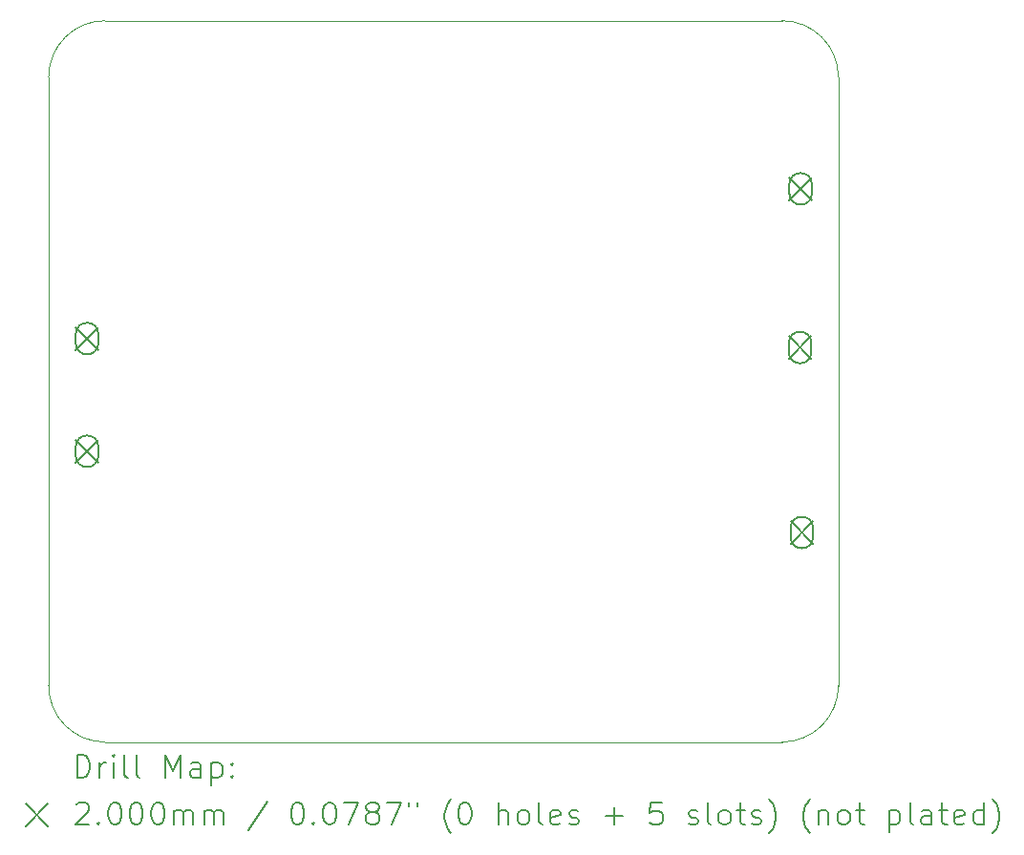
<source format=gbr>
%TF.GenerationSoftware,KiCad,Pcbnew,(6.0.8-1)-1*%
%TF.CreationDate,2023-04-27T22:08:13+09:00*%
%TF.ProjectId,ikako_f303,696b616b-6f5f-4663-9330-332e6b696361,rev?*%
%TF.SameCoordinates,Original*%
%TF.FileFunction,Drillmap*%
%TF.FilePolarity,Positive*%
%FSLAX45Y45*%
G04 Gerber Fmt 4.5, Leading zero omitted, Abs format (unit mm)*
G04 Created by KiCad (PCBNEW (6.0.8-1)-1) date 2023-04-27 22:08:13*
%MOMM*%
%LPD*%
G01*
G04 APERTURE LIST*
%ADD10C,0.100000*%
%ADD11C,0.200000*%
G04 APERTURE END LIST*
D10*
X12000000Y-4700000D02*
G75*
G03*
X11500000Y-5200000I0J-500000D01*
G01*
X18500000Y-5200000D02*
X18500000Y-10600000D01*
X11500000Y-10600000D02*
X11500000Y-5200000D01*
X12000000Y-4700000D02*
X18000000Y-4700000D01*
X11500000Y-10600000D02*
G75*
G03*
X12000000Y-11100000I500000J0D01*
G01*
X18000000Y-11100000D02*
X12000000Y-11100000D01*
X18500000Y-5200000D02*
G75*
G03*
X18000000Y-4700000I-500000J0D01*
G01*
X18000000Y-11100000D02*
G75*
G03*
X18500000Y-10600000I0J500000D01*
G01*
D11*
X11740000Y-7420000D02*
X11940000Y-7620000D01*
X11940000Y-7420000D02*
X11740000Y-7620000D01*
X11740000Y-7480000D02*
X11740000Y-7560000D01*
X11940000Y-7480000D02*
X11940000Y-7560000D01*
X11740000Y-7560000D02*
G75*
G03*
X11940000Y-7560000I100000J0D01*
G01*
X11940000Y-7480000D02*
G75*
G03*
X11740000Y-7480000I-100000J0D01*
G01*
X11740000Y-8420000D02*
X11940000Y-8620000D01*
X11940000Y-8420000D02*
X11740000Y-8620000D01*
X11740000Y-8480000D02*
X11740000Y-8560000D01*
X11940000Y-8480000D02*
X11940000Y-8560000D01*
X11740000Y-8560000D02*
G75*
G03*
X11940000Y-8560000I100000J0D01*
G01*
X11940000Y-8480000D02*
G75*
G03*
X11740000Y-8480000I-100000J0D01*
G01*
X18060000Y-7500000D02*
X18260000Y-7700000D01*
X18260000Y-7500000D02*
X18060000Y-7700000D01*
X18260000Y-7640000D02*
X18260000Y-7560000D01*
X18060000Y-7640000D02*
X18060000Y-7560000D01*
X18260000Y-7560000D02*
G75*
G03*
X18060000Y-7560000I-100000J0D01*
G01*
X18060000Y-7640000D02*
G75*
G03*
X18260000Y-7640000I100000J0D01*
G01*
X18065367Y-6091446D02*
X18265367Y-6291446D01*
X18265367Y-6091446D02*
X18065367Y-6291446D01*
X18265367Y-6231446D02*
X18265367Y-6151446D01*
X18065367Y-6231446D02*
X18065367Y-6151446D01*
X18265367Y-6151446D02*
G75*
G03*
X18065367Y-6151446I-100000J0D01*
G01*
X18065367Y-6231446D02*
G75*
G03*
X18265367Y-6231446I100000J0D01*
G01*
X18075601Y-9141199D02*
X18275601Y-9341199D01*
X18275601Y-9141199D02*
X18075601Y-9341199D01*
X18275601Y-9281199D02*
X18275601Y-9201199D01*
X18075601Y-9281199D02*
X18075601Y-9201199D01*
X18275601Y-9201199D02*
G75*
G03*
X18075601Y-9201199I-100000J0D01*
G01*
X18075601Y-9281199D02*
G75*
G03*
X18275601Y-9281199I100000J0D01*
G01*
X11752619Y-11415476D02*
X11752619Y-11215476D01*
X11800238Y-11215476D01*
X11828809Y-11225000D01*
X11847857Y-11244048D01*
X11857381Y-11263095D01*
X11866905Y-11301190D01*
X11866905Y-11329762D01*
X11857381Y-11367857D01*
X11847857Y-11386905D01*
X11828809Y-11405952D01*
X11800238Y-11415476D01*
X11752619Y-11415476D01*
X11952619Y-11415476D02*
X11952619Y-11282143D01*
X11952619Y-11320238D02*
X11962143Y-11301190D01*
X11971667Y-11291667D01*
X11990714Y-11282143D01*
X12009762Y-11282143D01*
X12076428Y-11415476D02*
X12076428Y-11282143D01*
X12076428Y-11215476D02*
X12066905Y-11225000D01*
X12076428Y-11234524D01*
X12085952Y-11225000D01*
X12076428Y-11215476D01*
X12076428Y-11234524D01*
X12200238Y-11415476D02*
X12181190Y-11405952D01*
X12171667Y-11386905D01*
X12171667Y-11215476D01*
X12305000Y-11415476D02*
X12285952Y-11405952D01*
X12276428Y-11386905D01*
X12276428Y-11215476D01*
X12533571Y-11415476D02*
X12533571Y-11215476D01*
X12600238Y-11358333D01*
X12666905Y-11215476D01*
X12666905Y-11415476D01*
X12847857Y-11415476D02*
X12847857Y-11310714D01*
X12838333Y-11291667D01*
X12819286Y-11282143D01*
X12781190Y-11282143D01*
X12762143Y-11291667D01*
X12847857Y-11405952D02*
X12828809Y-11415476D01*
X12781190Y-11415476D01*
X12762143Y-11405952D01*
X12752619Y-11386905D01*
X12752619Y-11367857D01*
X12762143Y-11348809D01*
X12781190Y-11339286D01*
X12828809Y-11339286D01*
X12847857Y-11329762D01*
X12943095Y-11282143D02*
X12943095Y-11482143D01*
X12943095Y-11291667D02*
X12962143Y-11282143D01*
X13000238Y-11282143D01*
X13019286Y-11291667D01*
X13028809Y-11301190D01*
X13038333Y-11320238D01*
X13038333Y-11377381D01*
X13028809Y-11396428D01*
X13019286Y-11405952D01*
X13000238Y-11415476D01*
X12962143Y-11415476D01*
X12943095Y-11405952D01*
X13124048Y-11396428D02*
X13133571Y-11405952D01*
X13124048Y-11415476D01*
X13114524Y-11405952D01*
X13124048Y-11396428D01*
X13124048Y-11415476D01*
X13124048Y-11291667D02*
X13133571Y-11301190D01*
X13124048Y-11310714D01*
X13114524Y-11301190D01*
X13124048Y-11291667D01*
X13124048Y-11310714D01*
X11295000Y-11645000D02*
X11495000Y-11845000D01*
X11495000Y-11645000D02*
X11295000Y-11845000D01*
X11743095Y-11654524D02*
X11752619Y-11645000D01*
X11771667Y-11635476D01*
X11819286Y-11635476D01*
X11838333Y-11645000D01*
X11847857Y-11654524D01*
X11857381Y-11673571D01*
X11857381Y-11692619D01*
X11847857Y-11721190D01*
X11733571Y-11835476D01*
X11857381Y-11835476D01*
X11943095Y-11816428D02*
X11952619Y-11825952D01*
X11943095Y-11835476D01*
X11933571Y-11825952D01*
X11943095Y-11816428D01*
X11943095Y-11835476D01*
X12076428Y-11635476D02*
X12095476Y-11635476D01*
X12114524Y-11645000D01*
X12124048Y-11654524D01*
X12133571Y-11673571D01*
X12143095Y-11711667D01*
X12143095Y-11759286D01*
X12133571Y-11797381D01*
X12124048Y-11816428D01*
X12114524Y-11825952D01*
X12095476Y-11835476D01*
X12076428Y-11835476D01*
X12057381Y-11825952D01*
X12047857Y-11816428D01*
X12038333Y-11797381D01*
X12028809Y-11759286D01*
X12028809Y-11711667D01*
X12038333Y-11673571D01*
X12047857Y-11654524D01*
X12057381Y-11645000D01*
X12076428Y-11635476D01*
X12266905Y-11635476D02*
X12285952Y-11635476D01*
X12305000Y-11645000D01*
X12314524Y-11654524D01*
X12324048Y-11673571D01*
X12333571Y-11711667D01*
X12333571Y-11759286D01*
X12324048Y-11797381D01*
X12314524Y-11816428D01*
X12305000Y-11825952D01*
X12285952Y-11835476D01*
X12266905Y-11835476D01*
X12247857Y-11825952D01*
X12238333Y-11816428D01*
X12228809Y-11797381D01*
X12219286Y-11759286D01*
X12219286Y-11711667D01*
X12228809Y-11673571D01*
X12238333Y-11654524D01*
X12247857Y-11645000D01*
X12266905Y-11635476D01*
X12457381Y-11635476D02*
X12476428Y-11635476D01*
X12495476Y-11645000D01*
X12505000Y-11654524D01*
X12514524Y-11673571D01*
X12524048Y-11711667D01*
X12524048Y-11759286D01*
X12514524Y-11797381D01*
X12505000Y-11816428D01*
X12495476Y-11825952D01*
X12476428Y-11835476D01*
X12457381Y-11835476D01*
X12438333Y-11825952D01*
X12428809Y-11816428D01*
X12419286Y-11797381D01*
X12409762Y-11759286D01*
X12409762Y-11711667D01*
X12419286Y-11673571D01*
X12428809Y-11654524D01*
X12438333Y-11645000D01*
X12457381Y-11635476D01*
X12609762Y-11835476D02*
X12609762Y-11702143D01*
X12609762Y-11721190D02*
X12619286Y-11711667D01*
X12638333Y-11702143D01*
X12666905Y-11702143D01*
X12685952Y-11711667D01*
X12695476Y-11730714D01*
X12695476Y-11835476D01*
X12695476Y-11730714D02*
X12705000Y-11711667D01*
X12724048Y-11702143D01*
X12752619Y-11702143D01*
X12771667Y-11711667D01*
X12781190Y-11730714D01*
X12781190Y-11835476D01*
X12876428Y-11835476D02*
X12876428Y-11702143D01*
X12876428Y-11721190D02*
X12885952Y-11711667D01*
X12905000Y-11702143D01*
X12933571Y-11702143D01*
X12952619Y-11711667D01*
X12962143Y-11730714D01*
X12962143Y-11835476D01*
X12962143Y-11730714D02*
X12971667Y-11711667D01*
X12990714Y-11702143D01*
X13019286Y-11702143D01*
X13038333Y-11711667D01*
X13047857Y-11730714D01*
X13047857Y-11835476D01*
X13438333Y-11625952D02*
X13266905Y-11883095D01*
X13695476Y-11635476D02*
X13714524Y-11635476D01*
X13733571Y-11645000D01*
X13743095Y-11654524D01*
X13752619Y-11673571D01*
X13762143Y-11711667D01*
X13762143Y-11759286D01*
X13752619Y-11797381D01*
X13743095Y-11816428D01*
X13733571Y-11825952D01*
X13714524Y-11835476D01*
X13695476Y-11835476D01*
X13676428Y-11825952D01*
X13666905Y-11816428D01*
X13657381Y-11797381D01*
X13647857Y-11759286D01*
X13647857Y-11711667D01*
X13657381Y-11673571D01*
X13666905Y-11654524D01*
X13676428Y-11645000D01*
X13695476Y-11635476D01*
X13847857Y-11816428D02*
X13857381Y-11825952D01*
X13847857Y-11835476D01*
X13838333Y-11825952D01*
X13847857Y-11816428D01*
X13847857Y-11835476D01*
X13981190Y-11635476D02*
X14000238Y-11635476D01*
X14019286Y-11645000D01*
X14028809Y-11654524D01*
X14038333Y-11673571D01*
X14047857Y-11711667D01*
X14047857Y-11759286D01*
X14038333Y-11797381D01*
X14028809Y-11816428D01*
X14019286Y-11825952D01*
X14000238Y-11835476D01*
X13981190Y-11835476D01*
X13962143Y-11825952D01*
X13952619Y-11816428D01*
X13943095Y-11797381D01*
X13933571Y-11759286D01*
X13933571Y-11711667D01*
X13943095Y-11673571D01*
X13952619Y-11654524D01*
X13962143Y-11645000D01*
X13981190Y-11635476D01*
X14114524Y-11635476D02*
X14247857Y-11635476D01*
X14162143Y-11835476D01*
X14352619Y-11721190D02*
X14333571Y-11711667D01*
X14324048Y-11702143D01*
X14314524Y-11683095D01*
X14314524Y-11673571D01*
X14324048Y-11654524D01*
X14333571Y-11645000D01*
X14352619Y-11635476D01*
X14390714Y-11635476D01*
X14409762Y-11645000D01*
X14419286Y-11654524D01*
X14428809Y-11673571D01*
X14428809Y-11683095D01*
X14419286Y-11702143D01*
X14409762Y-11711667D01*
X14390714Y-11721190D01*
X14352619Y-11721190D01*
X14333571Y-11730714D01*
X14324048Y-11740238D01*
X14314524Y-11759286D01*
X14314524Y-11797381D01*
X14324048Y-11816428D01*
X14333571Y-11825952D01*
X14352619Y-11835476D01*
X14390714Y-11835476D01*
X14409762Y-11825952D01*
X14419286Y-11816428D01*
X14428809Y-11797381D01*
X14428809Y-11759286D01*
X14419286Y-11740238D01*
X14409762Y-11730714D01*
X14390714Y-11721190D01*
X14495476Y-11635476D02*
X14628809Y-11635476D01*
X14543095Y-11835476D01*
X14695476Y-11635476D02*
X14695476Y-11673571D01*
X14771667Y-11635476D02*
X14771667Y-11673571D01*
X15066905Y-11911667D02*
X15057381Y-11902143D01*
X15038333Y-11873571D01*
X15028809Y-11854524D01*
X15019286Y-11825952D01*
X15009762Y-11778333D01*
X15009762Y-11740238D01*
X15019286Y-11692619D01*
X15028809Y-11664048D01*
X15038333Y-11645000D01*
X15057381Y-11616428D01*
X15066905Y-11606905D01*
X15181190Y-11635476D02*
X15200238Y-11635476D01*
X15219286Y-11645000D01*
X15228809Y-11654524D01*
X15238333Y-11673571D01*
X15247857Y-11711667D01*
X15247857Y-11759286D01*
X15238333Y-11797381D01*
X15228809Y-11816428D01*
X15219286Y-11825952D01*
X15200238Y-11835476D01*
X15181190Y-11835476D01*
X15162143Y-11825952D01*
X15152619Y-11816428D01*
X15143095Y-11797381D01*
X15133571Y-11759286D01*
X15133571Y-11711667D01*
X15143095Y-11673571D01*
X15152619Y-11654524D01*
X15162143Y-11645000D01*
X15181190Y-11635476D01*
X15485952Y-11835476D02*
X15485952Y-11635476D01*
X15571667Y-11835476D02*
X15571667Y-11730714D01*
X15562143Y-11711667D01*
X15543095Y-11702143D01*
X15514524Y-11702143D01*
X15495476Y-11711667D01*
X15485952Y-11721190D01*
X15695476Y-11835476D02*
X15676428Y-11825952D01*
X15666905Y-11816428D01*
X15657381Y-11797381D01*
X15657381Y-11740238D01*
X15666905Y-11721190D01*
X15676428Y-11711667D01*
X15695476Y-11702143D01*
X15724048Y-11702143D01*
X15743095Y-11711667D01*
X15752619Y-11721190D01*
X15762143Y-11740238D01*
X15762143Y-11797381D01*
X15752619Y-11816428D01*
X15743095Y-11825952D01*
X15724048Y-11835476D01*
X15695476Y-11835476D01*
X15876428Y-11835476D02*
X15857381Y-11825952D01*
X15847857Y-11806905D01*
X15847857Y-11635476D01*
X16028809Y-11825952D02*
X16009762Y-11835476D01*
X15971667Y-11835476D01*
X15952619Y-11825952D01*
X15943095Y-11806905D01*
X15943095Y-11730714D01*
X15952619Y-11711667D01*
X15971667Y-11702143D01*
X16009762Y-11702143D01*
X16028809Y-11711667D01*
X16038333Y-11730714D01*
X16038333Y-11749762D01*
X15943095Y-11768809D01*
X16114524Y-11825952D02*
X16133571Y-11835476D01*
X16171667Y-11835476D01*
X16190714Y-11825952D01*
X16200238Y-11806905D01*
X16200238Y-11797381D01*
X16190714Y-11778333D01*
X16171667Y-11768809D01*
X16143095Y-11768809D01*
X16124048Y-11759286D01*
X16114524Y-11740238D01*
X16114524Y-11730714D01*
X16124048Y-11711667D01*
X16143095Y-11702143D01*
X16171667Y-11702143D01*
X16190714Y-11711667D01*
X16438333Y-11759286D02*
X16590714Y-11759286D01*
X16514524Y-11835476D02*
X16514524Y-11683095D01*
X16933571Y-11635476D02*
X16838333Y-11635476D01*
X16828810Y-11730714D01*
X16838333Y-11721190D01*
X16857381Y-11711667D01*
X16905000Y-11711667D01*
X16924048Y-11721190D01*
X16933571Y-11730714D01*
X16943095Y-11749762D01*
X16943095Y-11797381D01*
X16933571Y-11816428D01*
X16924048Y-11825952D01*
X16905000Y-11835476D01*
X16857381Y-11835476D01*
X16838333Y-11825952D01*
X16828810Y-11816428D01*
X17171667Y-11825952D02*
X17190714Y-11835476D01*
X17228810Y-11835476D01*
X17247857Y-11825952D01*
X17257381Y-11806905D01*
X17257381Y-11797381D01*
X17247857Y-11778333D01*
X17228810Y-11768809D01*
X17200238Y-11768809D01*
X17181190Y-11759286D01*
X17171667Y-11740238D01*
X17171667Y-11730714D01*
X17181190Y-11711667D01*
X17200238Y-11702143D01*
X17228810Y-11702143D01*
X17247857Y-11711667D01*
X17371667Y-11835476D02*
X17352619Y-11825952D01*
X17343095Y-11806905D01*
X17343095Y-11635476D01*
X17476429Y-11835476D02*
X17457381Y-11825952D01*
X17447857Y-11816428D01*
X17438333Y-11797381D01*
X17438333Y-11740238D01*
X17447857Y-11721190D01*
X17457381Y-11711667D01*
X17476429Y-11702143D01*
X17505000Y-11702143D01*
X17524048Y-11711667D01*
X17533571Y-11721190D01*
X17543095Y-11740238D01*
X17543095Y-11797381D01*
X17533571Y-11816428D01*
X17524048Y-11825952D01*
X17505000Y-11835476D01*
X17476429Y-11835476D01*
X17600238Y-11702143D02*
X17676429Y-11702143D01*
X17628810Y-11635476D02*
X17628810Y-11806905D01*
X17638333Y-11825952D01*
X17657381Y-11835476D01*
X17676429Y-11835476D01*
X17733571Y-11825952D02*
X17752619Y-11835476D01*
X17790714Y-11835476D01*
X17809762Y-11825952D01*
X17819286Y-11806905D01*
X17819286Y-11797381D01*
X17809762Y-11778333D01*
X17790714Y-11768809D01*
X17762143Y-11768809D01*
X17743095Y-11759286D01*
X17733571Y-11740238D01*
X17733571Y-11730714D01*
X17743095Y-11711667D01*
X17762143Y-11702143D01*
X17790714Y-11702143D01*
X17809762Y-11711667D01*
X17885952Y-11911667D02*
X17895476Y-11902143D01*
X17914524Y-11873571D01*
X17924048Y-11854524D01*
X17933571Y-11825952D01*
X17943095Y-11778333D01*
X17943095Y-11740238D01*
X17933571Y-11692619D01*
X17924048Y-11664048D01*
X17914524Y-11645000D01*
X17895476Y-11616428D01*
X17885952Y-11606905D01*
X18247857Y-11911667D02*
X18238333Y-11902143D01*
X18219286Y-11873571D01*
X18209762Y-11854524D01*
X18200238Y-11825952D01*
X18190714Y-11778333D01*
X18190714Y-11740238D01*
X18200238Y-11692619D01*
X18209762Y-11664048D01*
X18219286Y-11645000D01*
X18238333Y-11616428D01*
X18247857Y-11606905D01*
X18324048Y-11702143D02*
X18324048Y-11835476D01*
X18324048Y-11721190D02*
X18333571Y-11711667D01*
X18352619Y-11702143D01*
X18381190Y-11702143D01*
X18400238Y-11711667D01*
X18409762Y-11730714D01*
X18409762Y-11835476D01*
X18533571Y-11835476D02*
X18514524Y-11825952D01*
X18505000Y-11816428D01*
X18495476Y-11797381D01*
X18495476Y-11740238D01*
X18505000Y-11721190D01*
X18514524Y-11711667D01*
X18533571Y-11702143D01*
X18562143Y-11702143D01*
X18581190Y-11711667D01*
X18590714Y-11721190D01*
X18600238Y-11740238D01*
X18600238Y-11797381D01*
X18590714Y-11816428D01*
X18581190Y-11825952D01*
X18562143Y-11835476D01*
X18533571Y-11835476D01*
X18657381Y-11702143D02*
X18733571Y-11702143D01*
X18685952Y-11635476D02*
X18685952Y-11806905D01*
X18695476Y-11825952D01*
X18714524Y-11835476D01*
X18733571Y-11835476D01*
X18952619Y-11702143D02*
X18952619Y-11902143D01*
X18952619Y-11711667D02*
X18971667Y-11702143D01*
X19009762Y-11702143D01*
X19028810Y-11711667D01*
X19038333Y-11721190D01*
X19047857Y-11740238D01*
X19047857Y-11797381D01*
X19038333Y-11816428D01*
X19028810Y-11825952D01*
X19009762Y-11835476D01*
X18971667Y-11835476D01*
X18952619Y-11825952D01*
X19162143Y-11835476D02*
X19143095Y-11825952D01*
X19133571Y-11806905D01*
X19133571Y-11635476D01*
X19324048Y-11835476D02*
X19324048Y-11730714D01*
X19314524Y-11711667D01*
X19295476Y-11702143D01*
X19257381Y-11702143D01*
X19238333Y-11711667D01*
X19324048Y-11825952D02*
X19305000Y-11835476D01*
X19257381Y-11835476D01*
X19238333Y-11825952D01*
X19228810Y-11806905D01*
X19228810Y-11787857D01*
X19238333Y-11768809D01*
X19257381Y-11759286D01*
X19305000Y-11759286D01*
X19324048Y-11749762D01*
X19390714Y-11702143D02*
X19466905Y-11702143D01*
X19419286Y-11635476D02*
X19419286Y-11806905D01*
X19428810Y-11825952D01*
X19447857Y-11835476D01*
X19466905Y-11835476D01*
X19609762Y-11825952D02*
X19590714Y-11835476D01*
X19552619Y-11835476D01*
X19533571Y-11825952D01*
X19524048Y-11806905D01*
X19524048Y-11730714D01*
X19533571Y-11711667D01*
X19552619Y-11702143D01*
X19590714Y-11702143D01*
X19609762Y-11711667D01*
X19619286Y-11730714D01*
X19619286Y-11749762D01*
X19524048Y-11768809D01*
X19790714Y-11835476D02*
X19790714Y-11635476D01*
X19790714Y-11825952D02*
X19771667Y-11835476D01*
X19733571Y-11835476D01*
X19714524Y-11825952D01*
X19705000Y-11816428D01*
X19695476Y-11797381D01*
X19695476Y-11740238D01*
X19705000Y-11721190D01*
X19714524Y-11711667D01*
X19733571Y-11702143D01*
X19771667Y-11702143D01*
X19790714Y-11711667D01*
X19866905Y-11911667D02*
X19876429Y-11902143D01*
X19895476Y-11873571D01*
X19905000Y-11854524D01*
X19914524Y-11825952D01*
X19924048Y-11778333D01*
X19924048Y-11740238D01*
X19914524Y-11692619D01*
X19905000Y-11664048D01*
X19895476Y-11645000D01*
X19876429Y-11616428D01*
X19866905Y-11606905D01*
M02*

</source>
